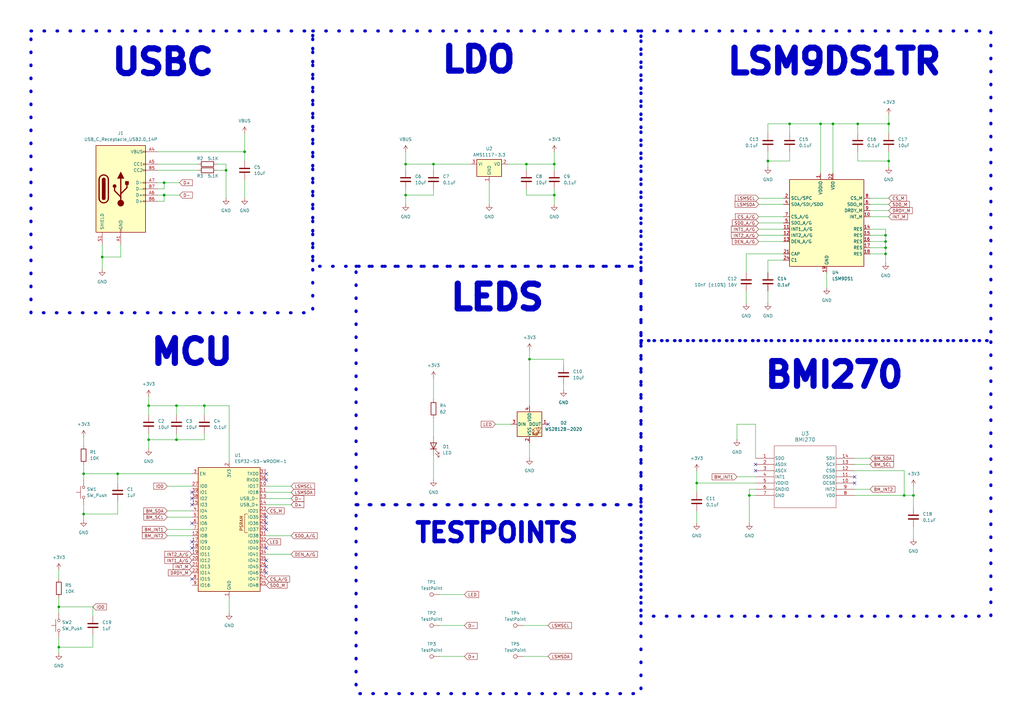
<source format=kicad_sch>
(kicad_sch (version 20231120) (generator "eeschema") (generator_version "8.0")
  (paper "A3")
  (title_block (title "subira-imu") (date "2025-03-29") (rev "v0.1.0") (company "0x6flab") (comment 1 "Designed By: Osodo Rodney"))
  (lib_symbols
    (symbol "BMI270_BOS:BMI270" (pin_names (offset 0.254))
      (property "Reference" "U" (at 20.32 10.16 0))
      (property "Value" "BMI270" (at 20.32 7.62 0))
      (symbol "BMI270_0_1"
        (pin bidirectional line (at 0 0 0) (length 7.62) (name "SDO") (number "1"))
        (pin input line (at 40.64 -10.16 180) (length 7.62) (name "OCSB") (number "10"))
        (pin output line (at 40.64 -7.62 180) (length 7.62) (name "OSDO") (number "11"))
        (pin input line (at 40.64 -5.08 180) (length 7.62) (name "CSB") (number "12"))
        (pin input line (at 40.64 -2.54 180) (length 7.62) (name "SCX") (number "13"))
        (pin bidirectional line (at 40.64 0 180) (length 7.62) (name "SDX") (number "14"))
        (pin bidirectional line (at 0 -2.54 0) (length 7.62) (name "ASDX") (number "2"))
        (pin bidirectional line (at 0 -5.08 0) (length 7.62) (name "ASCX") (number "3"))
        (pin bidirectional line (at 0 -7.62 0) (length 7.62) (name "INT1") (number "4"))
        (pin power_in line (at 0 -10.16 0) (length 7.62) (name "VDDIO") (number "5"))
        (pin power_out line (at 0 -12.7 0) (length 7.62) (name "GNDIO") (number "6"))
        (pin power_out line (at 0 -15.24 0) (length 7.62) (name "GND") (number "7"))
        (pin power_in line (at 40.64 -15.24 180) (length 7.62) (name "VDD") (number "8"))
        (pin bidirectional line (at 40.64 -12.7 180) (length 7.62) (name "INT2") (number "9"))
      )
    )
    (symbol "Connector:TestPoint" (pin_numbers hide) (pin_names (offset 0.762) hide)
      (property "Reference" "TP" (at 0 6.858 0))
      (property "Value" "TestPoint" (at 0 5.08 0))
      (symbol "TestPoint_1_1"
        (pin passive line (at 0 0 90) (length 2.54) (name "1") (number "1"))
      )
    )
    (symbol "Connector:USB_C_Receptacle_USB2.0_14P" (pin_names (offset 1.016))
      (property "Reference" "J" (at 0 22.225 0))
      (property "Value" "USB_C_Receptacle_USB2.0_14P" (at 0 19.685 0))
      (symbol "USB_C_Receptacle_USB2.0_14P_1_1"
        (pin passive line (at 0 -22.86 90) (length 5.08) (name "GND") (number "A1"))
        (pin passive line (at 0 -22.86 90) (length 5.08) hide (name "GND") (number "A12"))
        (pin passive line (at 15.24 15.24 180) (length 5.08) (name "VBUS") (number "A4"))
        (pin bidirectional line (at 15.24 10.16 180) (length 5.08) (name "CC1") (number "A5"))
        (pin bidirectional line (at 15.24 -2.54 180) (length 5.08) (name "D+") (number "A6"))
        (pin bidirectional line (at 15.24 2.54 180) (length 5.08) (name "D-") (number "A7"))
        (pin passive line (at 15.24 15.24 180) (length 5.08) hide (name "VBUS") (number "A9"))
        (pin passive line (at 0 -22.86 90) (length 5.08) hide (name "GND") (number "B1"))
        (pin passive line (at 0 -22.86 90) (length 5.08) hide (name "GND") (number "B12"))
        (pin passive line (at 15.24 15.24 180) (length 5.08) hide (name "VBUS") (number "B4"))
        (pin bidirectional line (at 15.24 7.62 180) (length 5.08) (name "CC2") (number "B5"))
        (pin bidirectional line (at 15.24 -5.08 180) (length 5.08) (name "D+") (number "B6"))
        (pin bidirectional line (at 15.24 0 180) (length 5.08) (name "D-") (number "B7"))
        (pin passive line (at 15.24 15.24 180) (length 5.08) hide (name "VBUS") (number "B9"))
        (pin passive line (at -7.62 -22.86 90) (length 5.08) (name "SHIELD") (number "S1"))
      )
    )
    (symbol "Device:C" (pin_numbers hide) (pin_names (offset 0.254))
      (property "Reference" "C" (at 0.635 2.54 0))
      (property "Value" "C" (at 0.635 -2.54 0))
      (symbol "C_1_1"
        (pin passive line (at 0 3.81 270) (length 2.794) (name "~") (number "1"))
        (pin passive line (at 0 -3.81 90) (length 2.794) (name "~") (number "2"))
      )
    )
    (symbol "Device:LED" (pin_numbers hide) (pin_names (offset 1.016) hide)
      (property "Reference" "D" (at 0 2.54 0))
      (property "Value" "LED" (at 0 -2.54 0))
      (symbol "LED_1_1"
        (pin passive line (at -3.81 0 0) (length 2.54) (name "K") (number "1"))
        (pin passive line (at 3.81 0 180) (length 2.54) (name "A") (number "2"))
      )
    )
    (symbol "Device:R" (pin_numbers hide) (pin_names (offset 0))
      (property "Reference" "R" (at 2.032 0 90))
      (property "Value" "R" (at 0 0 90))
      (symbol "R_1_1"
        (pin passive line (at 0 3.81 270) (length 1.27) (name "~") (number "1"))
        (pin passive line (at 0 -3.81 90) (length 1.27) (name "~") (number "2"))
      )
    )
    (symbol "LED:WS2812B-2020" (pin_names (offset 0.254))
      (property "Reference" "D" (at 5.08 5.715 0))
      (property "Value" "WS2812B-2020" (at 1.27 -5.715 0))
      (symbol "WS2812B-2020_0_0"
        (text "RGB" (at 2.286 -4.191 0) (effects (font (size 0.762 0.762))))
      )
      (symbol "WS2812B-2020_1_1"
        (pin output line (at 7.62 0 180) (length 2.54) (name "DOUT") (number "1"))
        (pin power_in line (at 0 -7.62 90) (length 2.54) (name "VSS") (number "2"))
        (pin input line (at -7.62 0 0) (length 2.54) (name "DIN") (number "3"))
        (pin power_in line (at 0 7.62 270) (length 2.54) (name "VDD") (number "4"))
      )
    )
    (symbol "RF_Module:ESP32-S3-WROOM-1"
      (property "Reference" "U" (at -12.7 26.67 0))
      (property "Value" "ESP32-S3-WROOM-1" (at 12.7 26.67 0))
      (symbol "ESP32-S3-WROOM-1_0_0"
        (text "PSRAM" (at 5.08 2.54 900) (effects (font (size 1.27 1.27))))
      )
      (symbol "ESP32-S3-WROOM-1_1_1"
        (pin power_in line (at 0 -27.94 90) (length 2.54) (name "GND") (number "1"))
        (pin bidirectional line (at 15.24 17.78 180) (length 2.54) (name "IO17") (number "10"))
        (pin bidirectional line (at 15.24 15.24 180) (length 2.54) (name "IO18") (number "11"))
        (pin bidirectional line (at -15.24 -2.54 0) (length 2.54) (name "IO8") (number "12"))
        (pin bidirectional line (at 15.24 12.7 180) (length 2.54) (name "USB_D-") (number "13"))
        (pin bidirectional line (at 15.24 10.16 180) (length 2.54) (name "USB_D+") (number "14"))
        (pin bidirectional line (at -15.24 10.16 0) (length 2.54) (name "IO3") (number "15"))
        (pin bidirectional line (at 15.24 -17.78 180) (length 2.54) (name "IO46") (number "16"))
        (pin bidirectional line (at -15.24 -5.08 0) (length 2.54) (name "IO9") (number "17"))
        (pin bidirectional line (at -15.24 -7.62 0) (length 2.54) (name "IO10") (number "18"))
        (pin bidirectional line (at -15.24 -10.16 0) (length 2.54) (name "IO11") (number "19"))
        (pin power_in line (at 0 27.94 270) (length 2.54) (name "3V3") (number "2"))
        (pin bidirectional line (at -15.24 -12.7 0) (length 2.54) (name "IO12") (number "20"))
        (pin bidirectional line (at -15.24 -15.24 0) (length 2.54) (name "IO13") (number "21"))
        (pin bidirectional line (at -15.24 -17.78 0) (length 2.54) (name "IO14") (number "22"))
        (pin bidirectional line (at 15.24 7.62 180) (length 2.54) (name "IO21") (number "23"))
        (pin bidirectional line (at 15.24 -20.32 180) (length 2.54) (name "IO47") (number "24"))
        (pin bidirectional line (at 15.24 -22.86 180) (length 2.54) (name "IO48") (number "25"))
        (pin bidirectional line (at 15.24 -15.24 180) (length 2.54) (name "IO45") (number "26"))
        (pin bidirectional line (at -15.24 17.78 0) (length 2.54) (name "IO0") (number "27"))
        (pin bidirectional line (at 15.24 5.08 180) (length 2.54) (name "IO35") (number "28"))
        (pin bidirectional line (at 15.24 2.54 180) (length 2.54) (name "IO36") (number "29"))
        (pin input line (at -15.24 22.86 0) (length 2.54) (name "EN") (number "3"))
        (pin bidirectional line (at 15.24 0 180) (length 2.54) (name "IO37") (number "30"))
        (pin bidirectional line (at 15.24 -2.54 180) (length 2.54) (name "IO38") (number "31"))
        (pin bidirectional line (at 15.24 -5.08 180) (length 2.54) (name "IO39") (number "32"))
        (pin bidirectional line (at 15.24 -7.62 180) (length 2.54) (name "IO40") (number "33"))
        (pin bidirectional line (at 15.24 -10.16 180) (length 2.54) (name "IO41") (number "34"))
        (pin bidirectional line (at 15.24 -12.7 180) (length 2.54) (name "IO42") (number "35"))
        (pin bidirectional line (at 15.24 20.32 180) (length 2.54) (name "RXD0") (number "36"))
        (pin bidirectional line (at 15.24 22.86 180) (length 2.54) (name "TXD0") (number "37"))
        (pin bidirectional line (at -15.24 12.7 0) (length 2.54) (name "IO2") (number "38"))
        (pin bidirectional line (at -15.24 15.24 0) (length 2.54) (name "IO1") (number "39"))
        (pin bidirectional line (at -15.24 7.62 0) (length 2.54) (name "IO4") (number "4"))
        (pin passive line (at 0 -27.94 90) (length 2.54) hide (name "GND") (number "40"))
        (pin passive line (at 0 -27.94 90) (length 2.54) hide (name "GND") (number "41"))
        (pin bidirectional line (at -15.24 5.08 0) (length 2.54) (name "IO5") (number "5"))
        (pin bidirectional line (at -15.24 2.54 0) (length 2.54) (name "IO6") (number "6"))
        (pin bidirectional line (at -15.24 0 0) (length 2.54) (name "IO7") (number "7"))
        (pin bidirectional line (at -15.24 -20.32 0) (length 2.54) (name "IO15") (number "8"))
        (pin bidirectional line (at -15.24 -22.86 0) (length 2.54) (name "IO16") (number "9"))
      )
    )
    (symbol "Regulator_Linear:AMS1117-3.3"
      (property "Reference" "U" (at -3.81 3.175 0))
      (property "Value" "AMS1117-3.3" (at 0 3.175 0))
      (symbol "AMS1117-3.3_1_1"
        (pin power_in line (at 0 -7.62 90) (length 2.54) (name "GND") (number "1"))
        (pin power_out line (at 7.62 0 180) (length 2.54) (name "VO") (number "2"))
        (pin power_in line (at -7.62 0 0) (length 2.54) (name "VI") (number "3"))
      )
    )
    (symbol "Sensor_Motion:LSM9DS1"
      (property "Reference" "U" (at -15.24 21.59 0))
      (property "Value" "LSM9DS1" (at -15.24 19.05 0))
      (symbol "LSM9DS1_1_1"
        (pin power_in line (at -2.54 20.32 270) (length 2.54) (name "VDDIO") (number "1"))
        (pin output line (at 17.78 2.54 180) (length 2.54) (name "INT_M") (number "10"))
        (pin output line (at -17.78 -2.54 0) (length 2.54) (name "INT1_A/G") (number "11"))
        (pin output line (at -17.78 -5.08 0) (length 2.54) (name "INT2_A/G") (number "12"))
        (pin input line (at -17.78 -7.62 0) (length 2.54) (name "DEN_A/G") (number "13"))
        (pin bidirectional line (at 17.78 -2.54 180) (length 2.54) (name "RES") (number "14"))
        (pin bidirectional line (at 17.78 -5.08 180) (length 2.54) (name "RES") (number "15"))
        (pin bidirectional line (at 17.78 -7.62 180) (length 2.54) (name "RES") (number "16"))
        (pin bidirectional line (at 17.78 -10.16 180) (length 2.54) (name "RES") (number "17"))
        (pin bidirectional line (at 17.78 -12.7 180) (length 2.54) (name "RES") (number "18"))
        (pin power_in line (at 0 -20.32 90) (length 2.54) (name "GND") (number "19"))
        (pin input line (at -17.78 10.16 0) (length 2.54) (name "SCL/SPC") (number "2"))
        (pin passive line (at 0 -20.32 90) (length 2.54) hide (name "GND") (number "20"))
        (pin passive line (at -17.78 -12.7 0) (length 2.54) (name "CAP") (number "21"))
        (pin power_in line (at 2.54 20.32 270) (length 2.54) (name "VDD") (number "22"))
        (pin passive line (at 2.54 20.32 270) (length 2.54) hide (name "VDD") (number "23"))
        (pin passive line (at -17.78 -15.24 0) (length 2.54) (name "C1") (number "24"))
        (pin passive line (at -2.54 20.32 270) (length 2.54) hide (name "VDDIO") (number "3"))
        (pin bidirectional line (at -17.78 7.62 0) (length 2.54) (name "SDA/SDI/SDO") (number "4"))
        (pin output line (at -17.78 0 0) (length 2.54) (name "SDO_A/G") (number "5"))
        (pin output line (at 17.78 7.62 180) (length 2.54) (name "SDO_M") (number "6"))
        (pin input line (at -17.78 2.54 0) (length 2.54) (name "CS_A/G") (number "7"))
        (pin input line (at 17.78 10.16 180) (length 2.54) (name "CS_M") (number "8"))
        (pin output line (at 17.78 5.08 180) (length 2.54) (name "DRDY_M") (number "9"))
      )
    )
    (symbol "Switch:SW_Push" (pin_numbers hide) (pin_names (offset 1.016) hide)
      (property "Reference" "SW" (at 1.27 2.54 0))
      (property "Value" "SW_Push" (at 0 -1.524 0))
      (symbol "SW_Push_0_1"
        (pin passive line (at -5.08 0 0) (length 2.54) (name "1") (number "1"))
        (pin passive line (at 5.08 0 180) (length 2.54) (name "2") (number "2"))
      )
    )
    (symbol "power:+3V3" (power) (pin_numbers hide) (pin_names (offset 0) hide)
      (property "Value" "+3V3" (at 0 3.556 0))
      (symbol "+3V3_1_1"
        (pin power_in line (at 0 0 90) (length 0) (name "~") (number "1"))
      )
    )
    (symbol "power:GND" (power) (pin_numbers hide) (pin_names (offset 0) hide)
      (property "Value" "GND" (at 0 -3.81 0))
      (symbol "GND_1_1"
        (pin power_in line (at 0 0 270) (length 0) (name "~") (number "1"))
      )
    )
    (symbol "power:VBUS" (power) (pin_numbers hide) (pin_names (offset 0) hide)
      (property "Value" "VBUS" (at 0 3.556 0))
      (symbol "VBUS_1_1"
        (pin power_in line (at 0 0 90) (length 0) (name "~") (number "1"))
      )
    )
  )
  (junction (at 72.39 166.37))
  (junction (at 363.22 101.6))
  (junction (at 363.22 99.06))
  (junction (at 363.22 104.14))
  (junction (at 60.96 180.34))
  (junction (at 100.33 62.23))
  (junction (at 92.71 69.85))
  (junction (at 166.37 80.01))
  (junction (at 83.82 166.37))
  (junction (at 227.33 80.01))
  (junction (at 227.33 67.31))
  (junction (at 67.31 74.93))
  (junction (at 307.34 203.2))
  (junction (at 323.85 50.8))
  (junction (at 314.96 66.04))
  (junction (at 34.29 194.31))
  (junction (at 351.79 50.8))
  (junction (at 370.84 203.2))
  (junction (at 374.65 203.2))
  (junction (at 336.55 50.8))
  (junction (at 215.9 67.31))
  (junction (at 364.49 50.8))
  (junction (at 364.49 66.04))
  (junction (at 341.63 50.8))
  (junction (at 363.22 96.52))
  (junction (at 34.29 210.82))
  (junction (at 60.96 166.37))
  (junction (at 41.91 105.41))
  (junction (at 285.75 198.12))
  (junction (at 67.31 80.01))
  (junction (at 166.37 67.31))
  (junction (at 48.26 194.31))
  (junction (at 217.17 147.32))
  (junction (at 24.13 248.92))
  (junction (at 177.8 67.31))
  (junction (at 72.39 180.34))
  (junction (at 24.13 265.43))
  (no_connect (at 350.52 198.12))
  (no_connect (at 224.79 173.99))
  (no_connect (at 109.22 194.31))
  (no_connect (at 109.22 232.41))
  (no_connect (at 78.74 207.01))
  (no_connect (at 109.22 214.63))
  (no_connect (at 78.74 201.93))
  (no_connect (at 109.22 212.09))
  (no_connect (at 78.74 222.25))
  (no_connect (at 109.22 229.87))
  (no_connect (at 309.88 193.04))
  (no_connect (at 78.74 224.79))
  (no_connect (at 309.88 190.5))
  (no_connect (at 78.74 214.63))
  (no_connect (at 78.74 204.47))
  (no_connect (at 350.52 195.58))
  (no_connect (at 109.22 224.79))
  (no_connect (at 109.22 196.85))
  (no_connect (at 109.22 234.95))
  (no_connect (at 109.22 217.17))
  (no_connect (at 78.74 237.49))
  (wire (pts (xy 374.65 199.39) (xy 374.65 203.2)))
  (wire (pts (xy 356.87 104.14) (xy 363.22 104.14)))
  (wire (pts (xy 83.82 177.8) (xy 83.82 180.34)))
  (wire (pts (xy 364.49 62.23) (xy 364.49 66.04)))
  (wire (pts (xy 93.98 166.37) (xy 83.82 166.37)))
  (wire (pts (xy 68.58 217.17) (xy 78.74 217.17)))
  (wire (pts (xy 217.17 143.51) (xy 217.17 147.32)))
  (wire (pts (xy 72.39 166.37) (xy 72.39 170.18)))
  (wire (pts (xy 227.33 67.31) (xy 227.33 69.85)))
  (wire (pts (xy 24.13 245.11) (xy 24.13 248.92)))
  (wire (pts (xy 356.87 99.06) (xy 363.22 99.06)))
  (wire (pts (xy 231.14 149.86) (xy 231.14 147.32)))
  (wire (pts (xy 350.52 203.2) (xy 370.84 203.2)))
  (wire (pts (xy 177.8 80.01) (xy 166.37 80.01)))
  (wire (pts (xy 364.49 46.99) (xy 364.49 50.8)))
  (wire (pts (xy 356.87 101.6) (xy 363.22 101.6)))
  (wire (pts (xy 190.5 256.54) (xy 180.34 256.54)))
  (wire (pts (xy 109.22 207.01) (xy 119.38 207.01)))
  (wire (pts (xy 72.39 177.8) (xy 72.39 180.34)))
  (wire (pts (xy 166.37 80.01) (xy 166.37 83.82)))
  (wire (pts (xy 314.96 50.8) (xy 323.85 50.8)))
  (wire (pts (xy 93.98 245.11) (xy 93.98 251.46)))
  (wire (pts (xy 60.96 162.56) (xy 60.96 166.37)))
  (wire (pts (xy 49.53 105.41) (xy 41.91 105.41)))
  (wire (pts (xy 119.38 199.39) (xy 109.22 199.39)))
  (wire (pts (xy 64.77 62.23) (xy 100.33 62.23)))
  (wire (pts (xy 227.33 77.47) (xy 227.33 80.01)))
  (wire (pts (xy 109.22 204.47) (xy 119.38 204.47)))
  (wire (pts (xy 309.88 200.66) (xy 307.34 200.66)))
  (wire (pts (xy 217.17 187.96) (xy 217.17 181.61)))
  (wire (pts (xy 311.15 93.98) (xy 321.31 93.98)))
  (wire (pts (xy 119.38 201.93) (xy 109.22 201.93)))
  (wire (pts (xy 364.49 88.9) (xy 356.87 88.9)))
  (wire (pts (xy 323.85 50.8) (xy 336.55 50.8)))
  (wire (pts (xy 227.33 67.31) (xy 227.33 62.23)))
  (wire (pts (xy 307.34 203.2) (xy 309.88 203.2)))
  (wire (pts (xy 67.31 80.01) (xy 64.77 80.01)))
  (wire (pts (xy 64.77 77.47) (xy 67.31 77.47)))
  (wire (pts (xy 363.22 101.6) (xy 363.22 104.14)))
  (wire (pts (xy 177.8 67.31) (xy 177.8 69.85)))
  (wire (pts (xy 92.71 69.85) (xy 92.71 81.28)))
  (wire (pts (xy 217.17 147.32) (xy 217.17 166.37)))
  (wire (pts (xy 311.15 81.28) (xy 321.31 81.28)))
  (wire (pts (xy 68.58 199.39) (xy 78.74 199.39)))
  (wire (pts (xy 363.22 104.14) (xy 363.22 107.95)))
  (wire (pts (xy 341.63 71.12) (xy 341.63 50.8)))
  (wire (pts (xy 34.29 179.07) (xy 34.29 182.88)))
  (wire (pts (xy 34.29 190.5) (xy 34.29 194.31)))
  (wire (pts (xy 48.26 194.31) (xy 78.74 194.31)))
  (wire (pts (xy 34.29 194.31) (xy 34.29 196.85)))
  (wire (pts (xy 306.07 104.14) (xy 321.31 104.14)))
  (wire (pts (xy 227.33 80.01) (xy 227.33 83.82)))
  (wire (pts (xy 88.9 67.31) (xy 92.71 67.31)))
  (wire (pts (xy 309.88 173.99) (xy 302.26 173.99)))
  (wire (pts (xy 351.79 66.04) (xy 364.49 66.04)))
  (wire (pts (xy 88.9 69.85) (xy 92.71 69.85)))
  (wire (pts (xy 177.8 186.69) (xy 177.8 196.85)))
  (wire (pts (xy 68.58 212.09) (xy 78.74 212.09)))
  (wire (pts (xy 351.79 62.23) (xy 351.79 66.04)))
  (wire (pts (xy 323.85 50.8) (xy 323.85 54.61)))
  (wire (pts (xy 364.49 50.8) (xy 364.49 54.61)))
  (wire (pts (xy 364.49 66.04) (xy 364.49 68.58)))
  (wire (pts (xy 203.2 173.99) (xy 209.55 173.99)))
  (wire (pts (xy 307.34 200.66) (xy 307.34 203.2)))
  (wire (pts (xy 374.65 203.2) (xy 374.65 208.28)))
  (wire (pts (xy 49.53 100.33) (xy 49.53 105.41)))
  (wire (pts (xy 67.31 82.55) (xy 67.31 80.01)))
  (wire (pts (xy 60.96 180.34) (xy 60.96 184.15)))
  (wire (pts (xy 336.55 50.8) (xy 336.55 71.12)))
  (wire (pts (xy 309.88 187.96) (xy 309.88 173.99)))
  (wire (pts (xy 356.87 93.98) (xy 363.22 93.98)))
  (wire (pts (xy 356.87 187.96) (xy 350.52 187.96)))
  (wire (pts (xy 60.96 177.8) (xy 60.96 180.34)))
  (wire (pts (xy 100.33 62.23) (xy 100.33 54.61)))
  (wire (pts (xy 200.66 83.82) (xy 200.66 74.93)))
  (wire (pts (xy 336.55 50.8) (xy 341.63 50.8)))
  (wire (pts (xy 314.96 66.04) (xy 314.96 62.23)))
  (wire (pts (xy 34.29 210.82) (xy 34.29 213.36)))
  (wire (pts (xy 364.49 86.36) (xy 356.87 86.36)))
  (wire (pts (xy 34.29 207.01) (xy 34.29 210.82)))
  (wire (pts (xy 370.84 193.04) (xy 370.84 203.2)))
  (wire (pts (xy 166.37 67.31) (xy 166.37 62.23)))
  (wire (pts (xy 364.49 83.82) (xy 356.87 83.82)))
  (wire (pts (xy 119.38 227.33) (xy 109.22 227.33)))
  (wire (pts (xy 350.52 193.04) (xy 370.84 193.04)))
  (wire (pts (xy 34.29 194.31) (xy 48.26 194.31)))
  (wire (pts (xy 215.9 77.47) (xy 215.9 80.01)))
  (wire (pts (xy 119.38 219.71) (xy 109.22 219.71)))
  (wire (pts (xy 341.63 50.8) (xy 351.79 50.8)))
  (wire (pts (xy 323.85 62.23) (xy 323.85 66.04)))
  (wire (pts (xy 34.29 210.82) (xy 48.26 210.82)))
  (wire (pts (xy 83.82 180.34) (xy 72.39 180.34)))
  (wire (pts (xy 24.13 248.92) (xy 38.1 248.92)))
  (wire (pts (xy 363.22 96.52) (xy 363.22 99.06)))
  (wire (pts (xy 363.22 99.06) (xy 363.22 101.6)))
  (wire (pts (xy 231.14 147.32) (xy 217.17 147.32)))
  (wire (pts (xy 38.1 252.73) (xy 38.1 248.92)))
  (wire (pts (xy 351.79 50.8) (xy 351.79 54.61)))
  (wire (pts (xy 285.75 209.55) (xy 285.75 214.63)))
  (wire (pts (xy 83.82 170.18) (xy 83.82 166.37)))
  (wire (pts (xy 208.28 67.31) (xy 215.9 67.31)))
  (wire (pts (xy 83.82 166.37) (xy 72.39 166.37)))
  (wire (pts (xy 72.39 166.37) (xy 60.96 166.37)))
  (wire (pts (xy 302.26 195.58) (xy 309.88 195.58)))
  (wire (pts (xy 166.37 77.47) (xy 166.37 80.01)))
  (wire (pts (xy 374.65 215.9) (xy 374.65 220.98)))
  (wire (pts (xy 215.9 67.31) (xy 227.33 67.31)))
  (wire (pts (xy 224.79 256.54) (xy 214.63 256.54)))
  (wire (pts (xy 285.75 198.12) (xy 285.75 201.93)))
  (wire (pts (xy 68.58 219.71) (xy 78.74 219.71)))
  (wire (pts (xy 190.5 243.84) (xy 180.34 243.84)))
  (wire (pts (xy 67.31 74.93) (xy 64.77 74.93)))
  (wire (pts (xy 100.33 73.66) (xy 100.33 81.28)))
  (wire (pts (xy 38.1 260.35) (xy 38.1 265.43)))
  (wire (pts (xy 363.22 93.98) (xy 363.22 96.52)))
  (wire (pts (xy 311.15 91.44) (xy 321.31 91.44)))
  (wire (pts (xy 73.66 74.93) (xy 67.31 74.93)))
  (wire (pts (xy 311.15 83.82) (xy 321.31 83.82)))
  (wire (pts (xy 311.15 99.06) (xy 321.31 99.06)))
  (wire (pts (xy 311.15 88.9) (xy 321.31 88.9)))
  (wire (pts (xy 68.58 209.55) (xy 78.74 209.55)))
  (wire (pts (xy 370.84 203.2) (xy 374.65 203.2)))
  (wire (pts (xy 24.13 233.68) (xy 24.13 237.49)))
  (wire (pts (xy 177.8 77.47) (xy 177.8 80.01)))
  (wire (pts (xy 215.9 80.01) (xy 227.33 80.01)))
  (wire (pts (xy 81.28 67.31) (xy 64.77 67.31)))
  (wire (pts (xy 364.49 81.28) (xy 356.87 81.28)))
  (wire (pts (xy 339.09 111.76) (xy 339.09 118.11)))
  (wire (pts (xy 48.26 198.12) (xy 48.26 194.31)))
  (wire (pts (xy 177.8 154.94) (xy 177.8 163.83)))
  (wire (pts (xy 100.33 62.23) (xy 100.33 66.04)))
  (wire (pts (xy 314.96 111.76) (xy 314.96 106.68)))
  (wire (pts (xy 24.13 265.43) (xy 38.1 265.43)))
  (wire (pts (xy 41.91 100.33) (xy 41.91 105.41)))
  (wire (pts (xy 193.04 67.31) (xy 177.8 67.31)))
  (wire (pts (xy 356.87 190.5) (xy 350.52 190.5)))
  (wire (pts (xy 177.8 171.45) (xy 177.8 179.07)))
  (wire (pts (xy 93.98 189.23) (xy 93.98 166.37)))
  (wire (pts (xy 302.26 173.99) (xy 302.26 180.34)))
  (wire (pts (xy 356.87 96.52) (xy 363.22 96.52)))
  (wire (pts (xy 48.26 205.74) (xy 48.26 210.82)))
  (wire (pts (xy 306.07 124.46) (xy 306.07 119.38)))
  (wire (pts (xy 351.79 50.8) (xy 364.49 50.8)))
  (wire (pts (xy 215.9 67.31) (xy 215.9 69.85)))
  (wire (pts (xy 72.39 180.34) (xy 60.96 180.34)))
  (wire (pts (xy 356.87 200.66) (xy 350.52 200.66)))
  (wire (pts (xy 92.71 67.31) (xy 92.71 69.85)))
  (wire (pts (xy 323.85 66.04) (xy 314.96 66.04)))
  (wire (pts (xy 311.15 96.52) (xy 321.31 96.52)))
  (wire (pts (xy 314.96 106.68) (xy 321.31 106.68)))
  (wire (pts (xy 285.75 193.04) (xy 285.75 198.12)))
  (wire (pts (xy 64.77 82.55) (xy 67.31 82.55)))
  (wire (pts (xy 177.8 67.31) (xy 166.37 67.31)))
  (wire (pts (xy 231.14 157.48) (xy 231.14 160.02)))
  (wire (pts (xy 166.37 67.31) (xy 166.37 69.85)))
  (wire (pts (xy 314.96 54.61) (xy 314.96 50.8)))
  (wire (pts (xy 67.31 77.47) (xy 67.31 74.93)))
  (wire (pts (xy 306.07 111.76) (xy 306.07 104.14)))
  (wire (pts (xy 307.34 203.2) (xy 307.34 214.63)))
  (wire (pts (xy 73.66 80.01) (xy 67.31 80.01)))
  (wire (pts (xy 285.75 198.12) (xy 309.88 198.12)))
  (wire (pts (xy 60.96 166.37) (xy 60.96 170.18)))
  (wire (pts (xy 214.63 269.24) (xy 224.79 269.24)))
  (wire (pts (xy 81.28 69.85) (xy 64.77 69.85)))
  (wire (pts (xy 314.96 68.58) (xy 314.96 66.04)))
  (wire (pts (xy 24.13 261.62) (xy 24.13 265.43)))
  (wire (pts (xy 24.13 248.92) (xy 24.13 251.46)))
  (wire (pts (xy 24.13 265.43) (xy 24.13 267.97)))
  (wire (pts (xy 180.34 269.24) (xy 190.5 269.24)))
  (wire (pts (xy 314.96 124.46) (xy 314.96 119.38)))
  (wire (pts (xy 41.91 105.41) (xy 41.91 110.49)))
  (rectangle (start 262.89 139.7) (end 406.4 252.73) (stroke (width 1.27) (type dot)))
  (rectangle (start 12.7 12.7) (end 128.27 128.27) (stroke (width 1.27) (type dot)))
  (rectangle (start 146.05 109.22) (end 262.89 207.01) (stroke (width 1.27) (type dot)))
  (rectangle (start 262.89 12.7) (end 406.4 139.7) (stroke (width 1.27) (type dot)))
  (rectangle (start 146.05 207.01) (end 262.89 284.48) (stroke (width 1.27) (type dot)))
  (rectangle (start 128.27 12.7) (end 262.89 109.22) (stroke (width 1.27) (type dot)))
  (text "LSM9DS1TR" (at 342.138 25.4 0) (effects (font (size 10.16 10.16) (thickness 2.54) (bold yes))))
  (text "MCU" (at 78.74 144.526 0) (effects (font (size 10.16 10.16) (thickness 2.54) (bold yes))))
  (text "TESTPOINTS" (at 203.708 218.694 0) (effects (font (size 7.62 7.62) (thickness 2.54) (bold yes))))
  (text "BMI270" (at 342.138 153.924 0) (effects (font (size 10.16 10.16) (thickness 2.54) (bold yes))))
  (text "LDO" (at 196.342 24.638 0) (effects (font (size 10.16 10.16) (thickness 2.54) (bold yes))))
  (text "LEDS" (at 203.962 122.174 0) (effects (font (size 10.16 10.16) (thickness 2.54) (bold yes))))
  (text "USBC" (at 66.802 25.654 0) (effects (font (size 10.16 10.16) (thickness 2.54) (bold yes))))
  (global_label "LSMSDA" (shape input) (at 119.38 201.93 0) (property "Intersheetrefs" "${INTERSHEET_REFS}" (effects (hide yes))))
  (global_label "SD0_M" (shape input) (at 109.22 240.03 0) (property "Intersheetrefs" "${INTERSHEET_REFS}" (effects (hide yes))))
  (global_label "D-" (shape input) (at 119.38 204.47 0) (property "Intersheetrefs" "${INTERSHEET_REFS}" (effects (hide yes))))
  (global_label "LSMSDA" (shape input) (at 311.15 83.82 180) (property "Intersheetrefs" "${INTERSHEET_REFS}" (effects (hide yes))))
  (global_label "BM_SDA" (shape input) (at 68.58 209.55 180) (property "Intersheetrefs" "${INTERSHEET_REFS}" (effects (hide yes))))
  (global_label "INT1_A{slash}G" (shape input) (at 311.15 93.98 180) (property "Intersheetrefs" "${INTERSHEET_REFS}" (effects (hide yes))))
  (global_label "INT2_A{slash}G" (shape input) (at 78.74 227.33 180) (property "Intersheetrefs" "${INTERSHEET_REFS}" (effects (hide yes))))
  (global_label "CS_M" (shape input) (at 109.22 209.55 0) (property "Intersheetrefs" "${INTERSHEET_REFS}" (effects (hide yes))))
  (global_label "IO0" (shape input) (at 68.58 199.39 180) (property "Intersheetrefs" "${INTERSHEET_REFS}" (effects (hide yes))))
  (global_label "INT_M" (shape input) (at 78.74 232.41 180) (property "Intersheetrefs" "${INTERSHEET_REFS}" (effects (hide yes))))
  (global_label "BM_INT2" (shape input) (at 68.58 219.71 180) (property "Intersheetrefs" "${INTERSHEET_REFS}" (effects (hide yes))))
  (global_label "SD0_M" (shape input) (at 364.49 83.82 0) (property "Intersheetrefs" "${INTERSHEET_REFS}" (effects (hide yes))))
  (global_label "BM_SCL" (shape input) (at 356.87 190.5 0) (property "Intersheetrefs" "${INTERSHEET_REFS}" (effects (hide yes))))
  (global_label "D+" (shape input) (at 190.5 269.24 0) (property "Intersheetrefs" "${INTERSHEET_REFS}" (effects (hide yes))))
  (global_label "CS_A{slash}G" (shape input) (at 109.22 237.49 0) (property "Intersheetrefs" "${INTERSHEET_REFS}" (effects (hide yes))))
  (global_label "LED" (shape input) (at 109.22 222.25 0) (property "Intersheetrefs" "${INTERSHEET_REFS}" (effects (hide yes))))
  (global_label "SD0_A{slash}G" (shape input) (at 119.38 219.71 0) (property "Intersheetrefs" "${INTERSHEET_REFS}" (effects (hide yes))))
  (global_label "INT2_A{slash}G" (shape input) (at 311.15 96.52 180) (property "Intersheetrefs" "${INTERSHEET_REFS}" (effects (hide yes))))
  (global_label "CS_M" (shape input) (at 364.49 81.28 0) (property "Intersheetrefs" "${INTERSHEET_REFS}" (effects (hide yes))))
  (global_label "DRDY_M" (shape input) (at 78.74 234.95 180) (property "Intersheetrefs" "${INTERSHEET_REFS}" (effects (hide yes))))
  (global_label "BM_INT2" (shape input) (at 356.87 200.66 0) (property "Intersheetrefs" "${INTERSHEET_REFS}" (effects (hide yes))))
  (global_label "LED" (shape input) (at 190.5 243.84 0) (property "Intersheetrefs" "${INTERSHEET_REFS}" (effects (hide yes))))
  (global_label "BM_INT1" (shape input) (at 302.26 195.58 180) (property "Intersheetrefs" "${INTERSHEET_REFS}" (effects (hide yes))))
  (global_label "CS_A{slash}G" (shape input) (at 311.15 88.9 180) (property "Intersheetrefs" "${INTERSHEET_REFS}" (effects (hide yes))))
  (global_label "LSMSCL" (shape input) (at 224.79 256.54 0) (property "Intersheetrefs" "${INTERSHEET_REFS}" (effects (hide yes))))
  (global_label "DEN_A{slash}G" (shape input) (at 119.38 227.33 0) (property "Intersheetrefs" "${INTERSHEET_REFS}" (effects (hide yes))))
  (global_label "D+" (shape input) (at 119.38 207.01 0) (property "Intersheetrefs" "${INTERSHEET_REFS}" (effects (hide yes))))
  (global_label "SD0_A{slash}G" (shape input) (at 311.15 91.44 180) (property "Intersheetrefs" "${INTERSHEET_REFS}" (effects (hide yes))))
  (global_label "LED" (shape input) (at 203.2 173.99 180) (property "Intersheetrefs" "${INTERSHEET_REFS}" (effects (hide yes))))
  (global_label "BM_SCL" (shape input) (at 68.58 212.09 180) (property "Intersheetrefs" "${INTERSHEET_REFS}" (effects (hide yes))))
  (global_label "DEN_A{slash}G" (shape input) (at 311.15 99.06 180) (property "Intersheetrefs" "${INTERSHEET_REFS}" (effects (hide yes))))
  (global_label "DRDY_M" (shape input) (at 364.49 86.36 0) (property "Intersheetrefs" "${INTERSHEET_REFS}" (effects (hide yes))))
  (global_label "INT1_A{slash}G" (shape input) (at 78.74 229.87 180) (property "Intersheetrefs" "${INTERSHEET_REFS}" (effects (hide yes))))
  (global_label "LSMSCL" (shape input) (at 311.15 81.28 180) (property "Intersheetrefs" "${INTERSHEET_REFS}" (effects (hide yes))))
  (global_label "IO0" (shape input) (at 38.1 248.92 0) (property "Intersheetrefs" "${INTERSHEET_REFS}" (effects (hide yes))))
  (global_label "D+" (shape input) (at 73.66 74.93 0) (property "Intersheetrefs" "${INTERSHEET_REFS}" (effects (hide yes))))
  (global_label "LSMSDA" (shape input) (at 224.79 269.24 0) (property "Intersheetrefs" "${INTERSHEET_REFS}" (effects (hide yes))))
  (global_label "INT_M" (shape input) (at 364.49 88.9 0) (property "Intersheetrefs" "${INTERSHEET_REFS}" (effects (hide yes))))
  (global_label "BM_INT1" (shape input) (at 68.58 217.17 180) (property "Intersheetrefs" "${INTERSHEET_REFS}" (effects (hide yes))))
  (global_label "D-" (shape input) (at 73.66 80.01 0) (property "Intersheetrefs" "${INTERSHEET_REFS}" (effects (hide yes))))
  (global_label "LSMSCL" (shape input) (at 119.38 199.39 0) (property "Intersheetrefs" "${INTERSHEET_REFS}" (effects (hide yes))))
  (global_label "D-" (shape input) (at 190.5 256.54 0) (property "Intersheetrefs" "${INTERSHEET_REFS}" (effects (hide yes))))
  (global_label "BM_SDA" (shape input) (at 356.87 187.96 0) (property "Intersheetrefs" "${INTERSHEET_REFS}" (effects (hide yes))))
  (symbol (lib_id "power:+3V3") (at 34.29 179.07 0) (unit 1)
    (property "Reference" "#PWR01" (effects (hide yes)))
    (property "Value" "+3V3" (at 34.29 173.99 0))
    (property "Description" "Power symbol creates a global label with name \"+3V3\"" (effects (hide yes)))
  )
  (symbol (lib_id "Device:C") (at 83.82 173.99 0) (unit 1)
    (property "Reference" "C4" (at 87.63 172.7199 0) (effects (justify left)))
    (property "Value" "0.1uF" (at 87.63 175.2599 0) (effects (justify left)))
    (property "Footprint" "Capacitor_SMD:C_0603_1608Metric_Pad1.08x0.95mm_HandSolder" (effects (hide yes)))
    (property "Description" "Unpolarized capacitor" (effects (hide yes)))
    (property "JLCPCB" "C88136" (effects (hide yes)))
  )
  (symbol (lib_id "Device:R") (at 85.09 67.31 90) (unit 1)
    (property "Reference" "R2" (at 82.042 65.024 90))
    (property "Value" "5.1K" (at 87.376 65.024 90))
    (property "Footprint" "Resistor_SMD:R_0603_1608Metric_Pad0.98x0.95mm_HandSolder" (effects (hide yes)))
    (property "Description" "Resistor" (effects (hide yes)))
    (property "JLCPCB" "C23186" (effects (hide yes)))
  )
  (symbol (lib_id "power:+3V3") (at 60.96 162.56 0) (unit 1)
    (property "Reference" "#PWR04" (effects (hide yes)))
    (property "Value" "+3V3" (at 60.96 157.48 0))
    (property "Description" "Power symbol creates a global label with name \"+3V3\"" (effects (hide yes)))
  )
  (symbol (lib_id "power:GND") (at 339.09 118.11 0) (unit 1)
    (property "Reference" "#PWR027" (effects (hide yes)))
    (property "Value" "GND" (at 339.09 123.19 0))
    (property "Description" "Power symbol creates a global label with name \"GND\" , ground" (effects (hide yes)))
  )
  (symbol (lib_id "Device:C") (at 231.14 153.67 0) (unit 1)
    (property "Reference" "C10" (at 234.95 152.3999 0) (effects (justify left)))
    (property "Value" "10uF" (at 234.95 154.9399 0) (effects (justify left)))
    (property "Footprint" "Capacitor_SMD:C_0603_1608Metric_Pad1.08x0.95mm_HandSolder" (effects (hide yes)))
    (property "Description" "Unpolarized capacitor" (effects (hide yes)))
    (property "JLCPCB" "C96446" (effects (hide yes)))
  )
  (symbol (lib_id "Device:C") (at 38.1 256.54 0) (unit 1)
    (property "Reference" "C19" (at 41.91 255.2699 0) (effects (justify left)))
    (property "Value" "1uF" (at 41.91 257.8099 0) (effects (justify left)))
    (property "Footprint" "Capacitor_SMD:C_0603_1608Metric_Pad1.08x0.95mm_HandSolder" (effects (hide yes)))
    (property "Description" "Unpolarized capacitor" (effects (hide yes)))
    (property "JLCPCB" "C15849" (effects (hide yes)))
  )
  (symbol (lib_id "Sensor_Motion:LSM9DS1") (at 339.09 91.44 0) (unit 1)
    (property "Reference" "U4" (at 341.2841 111.76 0) (effects (justify left)))
    (property "Value" "LSM9DS1" (at 341.2841 114.3 0) (effects (justify left)))
    (property "Footprint" "Package_LGA:LGA-24L_3x3.5mm_P0.43mm" (effects (hide yes)))
    (property "Datasheet" "https://www.digikey.com/htmldatasheets/production/1639232/0/0/1/LSM9DS1-Datasheet.pdf" (effects (hide yes)))
    (property "Description" "I2C SPI 9 axis IMU accelerometer gyroscope magnetometer" (effects (hide yes)))
    (property "JLCPCB" "C2655096" (effects (hide yes)))
  )
  (symbol (lib_id "Device:C") (at 72.39 173.99 0) (unit 1)
    (property "Reference" "C3" (at 76.2 172.7199 0) (effects (justify left)))
    (property "Value" "10uF" (at 76.2 175.2599 0) (effects (justify left)))
    (property "Footprint" "Capacitor_SMD:C_0603_1608Metric_Pad1.08x0.95mm_HandSolder" (effects (hide yes)))
    (property "Description" "Unpolarized capacitor" (effects (hide yes)))
    (property "JLCPCB" "C96446" (effects (hide yes)))
  )
  (symbol (lib_id "Connector:TestPoint") (at 180.34 243.84 90) (unit 1) (in_bom no)
    (property "Reference" "TP1" (at 177.038 238.76 90))
    (property "Value" "TestPoint" (at 177.038 241.3 90))
    (property "Footprint" "TestPoint:TestPoint_Pad_D2.0mm" (effects (hide yes)))
    (property "Description" "test point" (effects (hide yes)))
  )
  (symbol (lib_id "Connector:TestPoint") (at 180.34 256.54 90) (unit 1) (in_bom no)
    (property "Reference" "TP2" (at 177.038 251.46 90))
    (property "Value" "TestPoint" (at 177.038 254 90))
    (property "Footprint" "TestPoint:TestPoint_Pad_D2.0mm" (effects (hide yes)))
    (property "Description" "test point" (effects (hide yes)))
  )
  (symbol (lib_id "Device:R") (at 85.09 69.85 90) (mirror x) (unit 1)
    (property "Reference" "R3" (at 82.042 72.136 90))
    (property "Value" "5.1K" (at 87.376 72.136 90))
    (property "Footprint" "Resistor_SMD:R_0603_1608Metric_Pad0.98x0.95mm_HandSolder" (effects (hide yes)))
    (property "Description" "Resistor" (effects (hide yes)))
    (property "JLCPCB" "C23186" (effects (hide yes)))
  )
  (symbol (lib_id "Device:C") (at 285.75 205.74 0) (unit 1)
    (property "Reference" "C11" (at 289.56 204.4699 0) (effects (justify left)))
    (property "Value" "0.1uF" (at 289.56 207.0099 0) (effects (justify left)))
    (property "Footprint" "Capacitor_SMD:C_0603_1608Metric_Pad1.08x0.95mm_HandSolder" (effects (hide yes)))
    (property "Description" "Unpolarized capacitor" (effects (hide yes)))
    (property "JLCPCB" "C88136" (effects (hide yes)))
  )
  (symbol (lib_id "Device:C") (at 166.37 73.66 0) (unit 1)
    (property "Reference" "C6" (at 170.18 72.3899 0) (effects (justify left)))
    (property "Value" "10uF" (at 170.18 74.9299 0) (effects (justify left)))
    (property "Footprint" "Capacitor_SMD:C_0603_1608Metric_Pad1.08x0.95mm_HandSolder" (effects (hide yes)))
    (property "Description" "Unpolarized capacitor" (effects (hide yes)))
    (property "JLCPCB" "C96446" (effects (hide yes)))
  )
  (symbol (lib_id "Connector:USB_C_Receptacle_USB2.0_14P") (at 49.53 77.47 0) (unit 1)
    (property "Reference" "J1" (at 49.53 54.61 0))
    (property "Value" "USB_C_Receptacle_USB2.0_14P" (at 49.53 57.15 0))
    (property "Footprint" "Connector_USB:USB_C_Receptacle_G-Switch_GT-USB-7010ASV" (effects (hide yes)))
    (property "Datasheet" "https://www.usb.org/sites/default/files/documents/usb_type-c.zip" (effects (hide yes)))
    (property "Description" "USB 2.0-only 14P Type-C Receptacle connector" (effects (hide yes)))
    (property "JLCPCB" "C393939" (effects (hide yes)))
  )
  (symbol (lib_id "Device:R") (at 34.29 186.69 0) (unit 1)
    (property "Reference" "R1" (at 36.83 185.4199 0) (effects (justify left)))
    (property "Value" "10K" (at 36.83 187.9599 0) (effects (justify left)))
    (property "Footprint" "Resistor_SMD:R_0603_1608Metric_Pad0.98x0.95mm_HandSolder" (effects (hide yes)))
    (property "Description" "Resistor" (effects (hide yes)))
    (property "JLCPCB" "C25804" (effects (hide yes)))
  )
  (symbol (lib_id "Connector:TestPoint") (at 214.63 256.54 90) (unit 1) (in_bom no)
    (property "Reference" "TP4" (at 211.328 251.46 90))
    (property "Value" "TestPoint" (at 211.328 254 90))
    (property "Footprint" "TestPoint:TestPoint_Pad_D2.0mm" (effects (hide yes)))
    (property "Description" "test point" (effects (hide yes)))
  )
  (symbol (lib_id "power:VBUS") (at 100.33 54.61 0) (unit 1)
    (property "Reference" "#PWR08" (effects (hide yes)))
    (property "Value" "VBUS" (at 100.33 49.53 0))
    (property "Description" "Power symbol creates a global label with name \"VBUS\"" (effects (hide yes)))
  )
  (symbol (lib_id "Device:C") (at 48.26 201.93 0) (unit 1)
    (property "Reference" "C1" (at 52.07 200.6599 0) (effects (justify left)))
    (property "Value" "1uF" (at 52.07 203.1999 0) (effects (justify left)))
    (property "Footprint" "Capacitor_SMD:C_0603_1608Metric_Pad1.08x0.95mm_HandSolder" (effects (hide yes)))
    (property "Description" "Unpolarized capacitor" (effects (hide yes)))
    (property "JLCPCB" "C15849" (effects (hide yes)))
  )
  (symbol (lib_id "power:VBUS") (at 166.37 62.23 0) (unit 1)
    (property "Reference" "#PWR010" (effects (hide yes)))
    (property "Value" "VBUS" (at 166.37 57.15 0))
    (property "Description" "Power symbol creates a global label with name \"VBUS\"" (effects (hide yes)))
  )
  (symbol (lib_id "Device:C") (at 364.49 58.42 0) (unit 1)
    (property "Reference" "C17" (at 368.3 57.1499 0) (effects (justify left)))
    (property "Value" "10uF" (at 368.3 59.6899 0) (effects (justify left)))
    (property "Footprint" "Capacitor_SMD:C_0603_1608Metric_Pad1.08x0.95mm_HandSolder" (effects (hide yes)))
    (property "Description" "Unpolarized capacitor" (effects (hide yes)))
    (property "JLCPCB" "C96446" (effects (hide yes)))
  )
  (symbol (lib_id "Connector:TestPoint") (at 214.63 269.24 90) (unit 1) (in_bom no)
    (property "Reference" "TP5" (at 211.328 264.16 90))
    (property "Value" "TestPoint" (at 211.328 266.7 90))
    (property "Footprint" "TestPoint:TestPoint_Pad_D2.0mm" (effects (hide yes)))
    (property "Description" "test point" (effects (hide yes)))
  )
  (symbol (lib_id "Device:C") (at 314.96 115.57 0) (unit 1)
    (property "Reference" "C14" (at 318.77 114.2999 0) (effects (justify left)))
    (property "Value" "0.1uF" (at 318.77 116.8399 0) (effects (justify left)))
    (property "Footprint" "Capacitor_SMD:C_0603_1608Metric_Pad1.08x0.95mm_HandSolder" (effects (hide yes)))
    (property "Description" "Unpolarized capacitor" (effects (hide yes)))
    (property "JLCPCB" "C88136" (effects (hide yes)))
  )
  (symbol (lib_id "power:+3V3") (at 24.13 233.68 0) (unit 1)
    (property "Reference" "#PWR033" (effects (hide yes)))
    (property "Value" "+3V3" (at 24.13 228.6 0))
    (property "Description" "Power symbol creates a global label with name \"+3V3\"" (effects (hide yes)))
  )
  (symbol (lib_id "power:GND") (at 24.13 267.97 0) (unit 1)
    (property "Reference" "#PWR034" (effects (hide yes)))
    (property "Value" "GND" (at 24.13 273.05 0))
    (property "Description" "Power symbol creates a global label with name \"GND\" , ground" (effects (hide yes)))
  )
  (symbol (lib_id "power:GND") (at 200.66 83.82 0) (unit 1)
    (property "Reference" "#PWR014" (effects (hide yes)))
    (property "Value" "GND" (at 200.66 88.9 0))
    (property "Description" "Power symbol creates a global label with name \"GND\" , ground" (effects (hide yes)))
  )
  (symbol (lib_id "power:+3V3") (at 374.65 199.39 0) (unit 1)
    (property "Reference" "#PWR031" (effects (hide yes)))
    (property "Value" "+3V3" (at 374.65 194.31 0))
    (property "Description" "Power symbol creates a global label with name \"+3V3\"" (effects (hide yes)))
  )
  (symbol (lib_id "power:GND") (at 314.96 68.58 0) (unit 1)
    (property "Reference" "#PWR025" (effects (hide yes)))
    (property "Value" "GND" (at 314.96 73.66 0))
    (property "Description" "Power symbol creates a global label with name \"GND\" , ground" (effects (hide yes)))
  )
  (symbol (lib_id "power:+3V3") (at 364.49 46.99 0) (unit 1)
    (property "Reference" "#PWR029" (effects (hide yes)))
    (property "Value" "+3V3" (at 364.49 41.91 0))
    (property "Description" "Power symbol creates a global label with name \"+3V3\"" (effects (hide yes)))
  )
  (symbol (lib_id "Switch:SW_Push") (at 34.29 201.93 90) (unit 1)
    (property "Reference" "SW1" (at 35.56 200.6599 90) (effects (justify right)))
    (property "Value" "SW_Push" (at 35.56 203.1999 90) (effects (justify right)))
    (property "Footprint" "Button_Switch_SMD:SW_Push_SPST_NO_Alps_SKRK" (effects (hide yes)))
    (property "Description" "Push button switch, generic, two pins" (effects (hide yes)))
    (property "JLCPCB" "C720477" (effects (hide yes)))
  )
  (symbol (lib_id "power:GND") (at 227.33 83.82 0) (unit 1)
    (property "Reference" "#PWR016" (effects (hide yes)))
    (property "Value" "GND" (at 227.33 88.9 0))
    (property "Description" "Power symbol creates a global label with name \"GND\" , ground" (effects (hide yes)))
  )
  (symbol (lib_id "power:GND") (at 231.14 160.02 0) (unit 1)
    (property "Reference" "#PWR019" (effects (hide yes)))
    (property "Value" "GND" (at 231.14 165.1 0))
    (property "Description" "Power symbol creates a global label with name \"GND\" , ground" (effects (hide yes)))
  )
  (symbol (lib_id "Connector:TestPoint") (at 180.34 269.24 90) (unit 1) (in_bom no)
    (property "Reference" "TP3" (at 177.038 264.16 90))
    (property "Value" "TestPoint" (at 177.038 266.7 90))
    (property "Footprint" "TestPoint:TestPoint_Pad_D2.0mm" (effects (hide yes)))
    (property "Description" "test point" (effects (hide yes)))
  )
  (symbol (lib_id "Switch:SW_Push") (at 24.13 256.54 90) (unit 1)
    (property "Reference" "SW2" (at 25.4 255.2699 90) (effects (justify right)))
    (property "Value" "SW_Push" (at 25.4 257.8099 90) (effects (justify right)))
    (property "Footprint" "Button_Switch_SMD:SW_Push_SPST_NO_Alps_SKRK" (effects (hide yes)))
    (property "Description" "Push button switch, generic, two pins" (effects (hide yes)))
    (property "JLCPCB" "C720477" (effects (hide yes)))
  )
  (symbol (lib_id "power:GND") (at 177.8 196.85 0) (unit 1)
    (property "Reference" "#PWR013" (effects (hide yes)))
    (property "Value" "GND" (at 177.8 201.93 0))
    (property "Description" "Power symbol creates a global label with name \"GND\" , ground" (effects (hide yes)))
  )
  (symbol (lib_id "Device:C") (at 314.96 58.42 0) (mirror y) (unit 1)
    (property "Reference" "C13" (at 311.15 57.1499 0) (effects (justify left)))
    (property "Value" "0.1uF" (at 311.15 59.6899 0) (effects (justify left)))
    (property "Footprint" "Capacitor_SMD:C_0603_1608Metric_Pad1.08x0.95mm_HandSolder" (effects (hide yes)))
    (property "Description" "Unpolarized capacitor" (effects (hide yes)))
    (property "JLCPCB" "C88136" (effects (hide yes)))
  )
  (symbol (lib_id "power:GND") (at 306.07 124.46 0) (unit 1)
    (property "Reference" "#PWR023" (effects (hide yes)))
    (property "Value" "GND" (at 306.07 129.54 0))
    (property "Description" "Power symbol creates a global label with name \"GND\" , ground" (effects (hide yes)))
  )
  (symbol (lib_id "power:GND") (at 364.49 68.58 0) (unit 1)
    (property "Reference" "#PWR030" (effects (hide yes)))
    (property "Value" "GND" (at 364.49 73.66 0))
    (property "Description" "Power symbol creates a global label with name \"GND\" , ground" (effects (hide yes)))
  )
  (symbol (lib_id "power:GND") (at 363.22 107.95 0) (unit 1)
    (property "Reference" "#PWR028" (effects (hide yes)))
    (property "Value" "GND" (at 363.22 113.03 0))
    (property "Description" "Power symbol creates a global label with name \"GND\" , ground" (effects (hide yes)))
  )
  (symbol (lib_id "power:+3V3") (at 227.33 62.23 0) (unit 1)
    (property "Reference" "#PWR015" (effects (hide yes)))
    (property "Value" "+3V3" (at 227.33 57.15 0))
    (property "Description" "Power symbol creates a global label with name \"+3V3\"" (effects (hide yes)))
  )
  (symbol (lib_id "power:GND") (at 60.96 184.15 0) (unit 1)
    (property "Reference" "#PWR05" (effects (hide yes)))
    (property "Value" "GND" (at 60.96 189.23 0))
    (property "Description" "Power symbol creates a global label with name \"GND\" , ground" (effects (hide yes)))
  )
  (symbol (lib_id "Device:C") (at 323.85 58.42 0) (unit 1)
    (property "Reference" "C15" (at 327.66 57.1499 0) (effects (justify left)))
    (property "Value" "0.1uF" (at 327.66 59.6899 0) (effects (justify left)))
    (property "Footprint" "Capacitor_SMD:C_0603_1608Metric_Pad1.08x0.95mm_HandSolder" (effects (hide yes)))
    (property "Description" "Unpolarized capacitor" (effects (hide yes)))
    (property "JLCPCB" "C88136" (effects (hide yes)))
  )
  (symbol (lib_id "Device:C") (at 227.33 73.66 0) (unit 1)
    (property "Reference" "C9" (at 231.14 72.3899 0) (effects (justify left)))
    (property "Value" "0.1uF" (at 231.14 74.9299 0) (effects (justify left)))
    (property "Footprint" "Capacitor_SMD:C_0603_1608Metric_Pad1.08x0.95mm_HandSolder" (effects (hide yes)))
    (property "Description" "Unpolarized capacitor" (effects (hide yes)))
    (property "JLCPCB" "C88136" (effects (hide yes)))
  )
  (symbol (lib_id "power:GND") (at 285.75 214.63 0) (unit 1)
    (property "Reference" "#PWR021" (effects (hide yes)))
    (property "Value" "GND" (at 285.75 219.71 0))
    (property "Description" "Power symbol creates a global label with name \"GND\" , ground" (effects (hide yes)))
  )
  (symbol (lib_id "power:GND") (at 302.26 180.34 0) (unit 1)
    (property "Reference" "#PWR022" (effects (hide yes)))
    (property "Value" "GND" (at 302.26 185.42 0))
    (property "Description" "Power symbol creates a global label with name \"GND\" , ground" (effects (hide yes)))
  )
  (symbol (lib_id "Regulator_Linear:AMS1117-3.3") (at 200.66 67.31 0) (unit 1)
    (property "Reference" "U2" (at 200.66 60.96 0))
    (property "Value" "AMS1117-3.3" (at 200.66 63.5 0))
    (property "Footprint" "Package_TO_SOT_SMD:SOT-223-3_TabPin2" (effects (hide yes)))
    (property "Datasheet" "http://www.advanced-monolithic.com/pdf/ds1117.pdf" (effects (hide yes)))
    (property "Description" "1A Low Dropout regulator, positive, 3.3V fixed output, SOT-223" (effects (hide yes)))
    (property "JLCPCB" "C6186" (effects (hide yes)))
  )
  (symbol (lib_id "power:GND") (at 100.33 81.28 0) (unit 1)
    (property "Reference" "#PWR09" (effects (hide yes)))
    (property "Value" "GND" (at 100.33 86.36 0))
    (property "Description" "Power symbol creates a global label with name \"GND\" , ground" (effects (hide yes)))
  )
  (symbol (lib_id "BMI270_BOS:BMI270") (at 309.88 187.96 0) (unit 1)
    (property "Reference" "U3" (at 330.2 177.8 0) (effects (font (size 1.524 1.524))))
    (property "Value" "BMI270" (at 330.2 180.34 0) (effects (font (size 1.524 1.524))))
    (property "Footprint" "modules:BMI270_BOS-M" (effects (hide yes)))
    (property "Datasheet" "BMI270" (effects (hide yes)))
    (property "JLCPCB" "C2836813" (effects (hide yes)))
  )
  (symbol (lib_id "Device:C") (at 374.65 212.09 0) (unit 1)
    (property "Reference" "C18" (at 378.46 210.8199 0) (effects (justify left)))
    (property "Value" "0.1uF" (at 378.46 213.3599 0) (effects (justify left)))
    (property "Footprint" "Capacitor_SMD:C_0603_1608Metric_Pad1.08x0.95mm_HandSolder" (effects (hide yes)))
    (property "Description" "Unpolarized capacitor" (effects (hide yes)))
    (property "JLCPCB" "C88136" (effects (hide yes)))
  )
  (symbol (lib_id "Device:C") (at 351.79 58.42 0) (unit 1)
    (property "Reference" "C16" (at 355.6 57.1499 0) (effects (justify left)))
    (property "Value" "0.1uF" (at 355.6 59.6899 0) (effects (justify left)))
    (property "Footprint" "Capacitor_SMD:C_0603_1608Metric_Pad1.08x0.95mm_HandSolder" (effects (hide yes)))
    (property "Description" "Unpolarized capacitor" (effects (hide yes)))
    (property "JLCPCB" "C88136" (effects (hide yes)))
  )
  (symbol (lib_id "power:GND") (at 314.96 124.46 0) (unit 1)
    (property "Reference" "#PWR026" (effects (hide yes)))
    (property "Value" "GND" (at 314.96 129.54 0))
    (property "Description" "Power symbol creates a global label with name \"GND\" , ground" (effects (hide yes)))
  )
  (symbol (lib_id "power:GND") (at 166.37 83.82 0) (unit 1)
    (property "Reference" "#PWR011" (effects (hide yes)))
    (property "Value" "GND" (at 166.37 88.9 0))
    (property "Description" "Power symbol creates a global label with name \"GND\" , ground" (effects (hide yes)))
  )
  (symbol (lib_id "power:+3V3") (at 177.8 154.94 0) (unit 1)
    (property "Reference" "#PWR012" (effects (hide yes)))
    (property "Value" "+3V3" (at 177.8 149.86 0))
    (property "Description" "Power symbol creates a global label with name \"+3V3\"" (effects (hide yes)))
  )
  (symbol (lib_id "Device:C") (at 100.33 69.85 0) (unit 1)
    (property "Reference" "C5" (at 104.14 68.5799 0) (effects (justify left)))
    (property "Value" "10uF" (at 104.14 71.1199 0) (effects (justify left)))
    (property "Footprint" "Capacitor_SMD:C_0603_1608Metric_Pad1.08x0.95mm_HandSolder" (effects (hide yes)))
    (property "Description" "Unpolarized capacitor" (effects (hide yes)))
    (property "JLCPCB" "C96446" (effects (hide yes)))
  )
  (symbol (lib_id "Device:LED") (at 177.8 182.88 90) (unit 1)
    (property "Reference" "D1" (at 181.61 183.1974 90) (effects (justify right)))
    (property "Value" "LED" (at 181.61 185.7374 90) (effects (justify right)))
    (property "Footprint" "LED_SMD:LED_0603_1608Metric" (effects (hide yes)))
    (property "Description" "Light emitting diode" (effects (hide yes)))
    (property "JLCPCB" "C2290" (effects (hide yes)))
  )
  (symbol (lib_id "LED:WS2812B-2020") (at 217.17 173.99 0) (unit 1)
    (property "Reference" "D2" (at 231.14 173.482 0))
    (property "Value" "WS2812B-2020" (at 231.14 176.022 0))
    (property "Footprint" "LED_SMD:LED_WS2812B-2020_PLCC4_2.0x2.0mm" (effects (hide yes)))
    (property "Datasheet" "https://cdn-shop.adafruit.com/product-files/4684/4684_WS2812B-2020_V1.3_EN.pdf" (effects (hide yes)))
    (property "Description" "RGB LED with integrated controller, 2.0 x 2.0 mm, 12 mA" (effects (hide yes)))
    (property "JLCPCB" "C965555" (effects (hide yes)))
  )
  (symbol (lib_id "Device:R") (at 177.8 167.64 0) (unit 1)
    (property "Reference" "R4" (at 180.34 166.3699 0) (effects (justify left)))
    (property "Value" "62" (at 180.34 168.9099 0) (effects (justify left)))
    (property "Footprint" "Resistor_SMD:R_0603_1608Metric_Pad0.98x0.95mm_HandSolder" (effects (hide yes)))
    (property "Description" "Resistor" (effects (hide yes)))
    (property "JLCPCB" "C23222" (effects (hide yes)))
  )
  (symbol (lib_id "power:GND") (at 34.29 213.36 0) (unit 1)
    (property "Reference" "#PWR02" (effects (hide yes)))
    (property "Value" "GND" (at 34.29 218.44 0))
    (property "Description" "Power symbol creates a global label with name \"GND\" , ground" (effects (hide yes)))
  )
  (symbol (lib_id "power:+3V3") (at 285.75 193.04 0) (unit 1)
    (property "Reference" "#PWR020" (effects (hide yes)))
    (property "Value" "+3V3" (at 285.75 187.96 0))
    (property "Description" "Power symbol creates a global label with name \"+3V3\"" (effects (hide yes)))
  )
  (symbol (lib_id "power:GND") (at 217.17 187.96 0) (unit 1)
    (property "Reference" "#PWR018" (effects (hide yes)))
    (property "Value" "GND" (at 217.17 193.04 0))
    (property "Description" "Power symbol creates a global label with name \"GND\" , ground" (effects (hide yes)))
  )
  (symbol (lib_id "Device:C") (at 306.07 115.57 0) (mirror y) (unit 1)
    (property "Reference" "C12" (at 302.26 114.2999 0) (effects (justify left)))
    (property "Value" "10nF (±10%) 16V" (at 302.26 116.8399 0) (effects (justify left)))
    (property "Footprint" "Capacitor_SMD:C_0603_1608Metric_Pad1.08x0.95mm_HandSolder" (effects (hide yes)))
    (property "Description" "Unpolarized capacitor" (effects (hide yes)))
    (property "JLCPCB" "C57112" (effects (hide yes)))
  )
  (symbol (lib_id "power:GND") (at 41.91 110.49 0) (unit 1)
    (property "Reference" "#PWR03" (effects (hide yes)))
    (property "Value" "GND" (at 41.91 115.57 0))
    (property "Description" "Power symbol creates a global label with name \"GND\" , ground" (effects (hide yes)))
  )
  (symbol (lib_id "power:GND") (at 92.71 81.28 0) (unit 1)
    (property "Reference" "#PWR06" (effects (hide yes)))
    (property "Value" "GND" (at 92.71 86.36 0))
    (property "Description" "Power symbol creates a global label with name \"GND\" , ground" (effects (hide yes)))
  )
  (symbol (lib_id "power:GND") (at 374.65 220.98 0) (unit 1)
    (property "Reference" "#PWR032" (effects (hide yes)))
    (property "Value" "GND" (at 374.65 226.06 0))
    (property "Description" "Power symbol creates a global label with name \"GND\" , ground" (effects (hide yes)))
  )
  (symbol (lib_id "Device:C") (at 177.8 73.66 0) (unit 1)
    (property "Reference" "C7" (at 181.61 72.3899 0) (effects (justify left)))
    (property "Value" "0.1uF" (at 181.61 74.9299 0) (effects (justify left)))
    (property "Footprint" "Capacitor_SMD:C_0603_1608Metric_Pad1.08x0.95mm_HandSolder" (effects (hide yes)))
    (property "Description" "Unpolarized capacitor" (effects (hide yes)))
    (property "JLCPCB" "C88136" (effects (hide yes)))
  )
  (symbol (lib_id "Device:R") (at 24.13 241.3 0) (unit 1)
    (property "Reference" "R5" (at 26.67 240.0299 0) (effects (justify left)))
    (property "Value" "10K" (at 26.67 242.5699 0) (effects (justify left)))
    (property "Footprint" "Resistor_SMD:R_0603_1608Metric_Pad0.98x0.95mm_HandSolder" (effects (hide yes)))
    (property "Description" "Resistor" (effects (hide yes)))
    (property "JLCPCB" "C25804" (effects (hide yes)))
  )
  (symbol (lib_id "power:+3V3") (at 217.17 143.51 0) (unit 1)
    (property "Reference" "#PWR017" (effects (hide yes)))
    (property "Value" "+3V3" (at 217.17 138.43 0))
    (property "Description" "Power symbol creates a global label with name \"+3V3\"" (effects (hide yes)))
  )
  (symbol (lib_id "Device:C") (at 215.9 73.66 0) (unit 1)
    (property "Reference" "C8" (at 219.71 72.3899 0) (effects (justify left)))
    (property "Value" "10uF" (at 219.71 74.9299 0) (effects (justify left)))
    (property "Footprint" "Capacitor_SMD:C_0603_1608Metric_Pad1.08x0.95mm_HandSolder" (effects (hide yes)))
    (property "Description" "Unpolarized capacitor" (effects (hide yes)))
    (property "JLCPCB" "C96446" (effects (hide yes)))
  )
  (symbol (lib_id "Device:C") (at 60.96 173.99 0) (unit 1)
    (property "Reference" "C2" (at 64.77 172.7199 0) (effects (justify left)))
    (property "Value" "10uF" (at 64.77 175.2599 0) (effects (justify left)))
    (property "Footprint" "Capacitor_SMD:C_0603_1608Metric_Pad1.08x0.95mm_HandSolder" (effects (hide yes)))
    (property "Description" "Unpolarized capacitor" (effects (hide yes)))
    (property "JLCPCB" "C96446" (effects (hide yes)))
  )
  (symbol (lib_id "power:GND") (at 93.98 251.46 0) (unit 1)
    (property "Reference" "#PWR07" (effects (hide yes)))
    (property "Value" "GND" (at 93.98 256.54 0))
    (property "Description" "Power symbol creates a global label with name \"GND\" , ground" (effects (hide yes)))
  )
  (symbol (lib_id "RF_Module:ESP32-S3-WROOM-1") (at 93.98 217.17 0) (unit 1)
    (property "Reference" "U1" (at 96.1741 186.69 0) (effects (justify left)))
    (property "Value" "ESP32-S3-WROOM-1" (at 96.1741 189.23 0) (effects (justify left)))
    (property "Footprint" "RF_Module:ESP32-S3-WROOM-1" (effects (hide yes)))
    (property "Datasheet" "https://www.espressif.com/sites/default/files/documentation/esp32-s3-wroom-1_wroom-1u_datasheet_en.pdf" (effects (hide yes)))
    (property "Description" "RF Module, ESP32-S3 SoC, Wi-Fi 802.11b/g/n, Bluetooth, BLE, 32-bit, 3.3V, onboard antenna, SMD" (effects (hide yes)))
    (property "JLCPCB" "C2913197" (effects (hide yes)))
  )
  (symbol (lib_id "power:GND") (at 307.34 214.63 0) (unit 1)
    (property "Reference" "#PWR024" (effects (hide yes)))
    (property "Value" "GND" (at 307.34 219.71 0))
    (property "Description" "Power symbol creates a global label with name \"GND\" , ground" (effects (hide yes)))
  )
)
</source>
